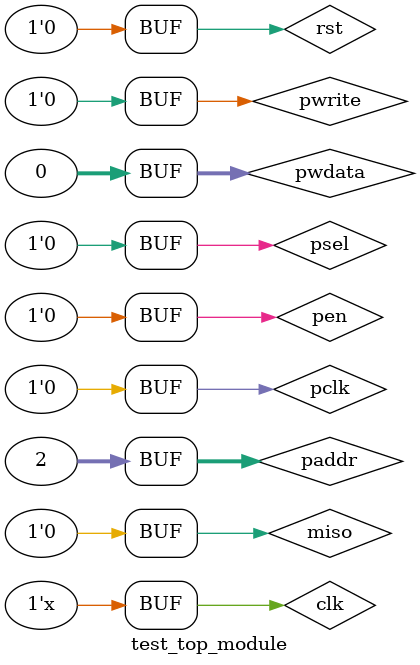
<source format=v>
`timescale 1ns / 1ps


module test_top_module;

	// Inputs
	reg rst;
	reg clk;
	reg miso;
	reg pclk;
	reg [31:0] paddr;
	reg pwrite;
	reg psel;
	reg pen;
	reg [31:0] pwdata;
	wire [31:0] prdata;

	// Outputs
	wire mosi;
	wire sck;
	wire cs;
	wire HOLD_ENABLE;
	wire pready;

	// Instantiate the Unit Under Test (UUT)
	top_module uut (
		.rst(rst), 
		.clk(clk), 
		.miso(miso), 
		.mosi(mosi), 
		.sck(sck), 
		.cs(cs), 
		.HOLD_ENABLE(HOLD_ENABLE), 
		.pclk(pclk), 
		.paddr(paddr), 
		.pwrite(pwrite), 
		.psel(psel), 
		.pen(pen), 
		.pwdata(pwdata), 
		.prdata(prdata), 
		.pready(pready)
	);
	
	M23A1024 memoria(
	.SI_SIO0(mosi),
	.SO_SIO1(miso),
	.SCK(sck),
	.CS_N(cs),
	.SIO2(),
	.HOLD_N_SIO3(HOLD_ENABLE),
	.RESET()
	);

	initial begin
		// Initialize Inputs
		rst = 1;
		clk = 0;
		miso = 0;
		pclk = 0;
		paddr = 0;
		pwrite = 0;
		psel = 0;
		pen = 0;
		pwdata = 0;

		// Wait 100 ns for global reset to finish
		#100;
		#100;
		#5;
		
		rst = 0;
		#100;

		
		#10;
		paddr = 32'h 0000_0000;
		pwrite = 1;
		psel = 1;
		pwdata = 32'h0000_00af;
		#10;
		pen = 1;
		#10;
		psel = 0;
		pen = 0;
		#10;
		
		#30;
		paddr = 32'h 0000_0001;
		pwrite = 0;
		psel = 1;
		pwdata = 32'h0000_00bf;
		#10;
		pen = 1;
		#20;
		#10;
		psel = 0;
		pen = 0;
		#10;
		//Tx fifo írás
		#30;
		paddr = 32'h 0000_0002;
		pwrite = 1;
		psel = 1;
		pwdata = 32'h0000_0101;
		#10;
		pen = 1;
		#10;
		psel = 0;
		pen = 0;
		#10;
        

		
		#30;
		paddr = 32'h 0000_0002;
		pwrite = 1;
		psel = 1;
		pwdata = 32'h0000_010f;
		#10;
		pen = 1;
		#10;
		psel = 0;
		pen = 0;
		#10;
        

		
		#30;
		paddr = 32'h 0000_0002;
		pwrite = 1;
		psel = 1;
		pwdata = 32'h0000_0003;
		#10;
		pen = 1;
		#10;
		psel = 0;
		pen = 0;
		#10;
        
      //Tx fifo olvasás
				
		#30;
		paddr = 32'h 0000_0002;
		pwrite = 0;
		psel = 1;
		pwdata = 32'h0000_0000;
		#10;
		pen = 1;
		#10;
		psel = 0;
		pen = 0;
		#10;
        

		
		#30;
		paddr = 32'h 0000_0002;
		pwrite = 0;
		psel = 1;
		pwdata = 32'h0000_0000;
		#10;
		pen = 1;
		#10;
		psel = 0;
		pen = 0;
		#10;
        

		
		#30;
		paddr = 32'h 0000_0002;
		pwrite = 0;
		psel = 1;
		pwdata = 32'h0000_0000;
		#10;
		pen = 1;
		#10;
		psel = 0;
		pen = 0;
		#10;
        

	end
	
	always #5 clk = ~clk;
	
            
endmodule


</source>
